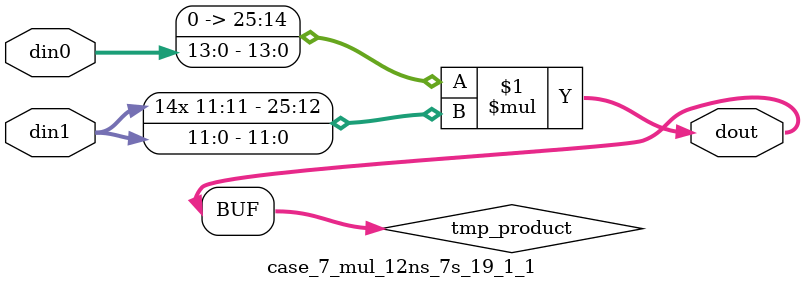
<source format=v>

`timescale 1 ns / 1 ps

 (* use_dsp = "no" *)  module case_7_mul_12ns_7s_19_1_1(din0, din1, dout);
parameter ID = 1;
parameter NUM_STAGE = 0;
parameter din0_WIDTH = 14;
parameter din1_WIDTH = 12;
parameter dout_WIDTH = 26;

input [din0_WIDTH - 1 : 0] din0; 
input [din1_WIDTH - 1 : 0] din1; 
output [dout_WIDTH - 1 : 0] dout;

wire signed [dout_WIDTH - 1 : 0] tmp_product;

























assign tmp_product = $signed({1'b0, din0}) * $signed(din1);










assign dout = tmp_product;





















endmodule

</source>
